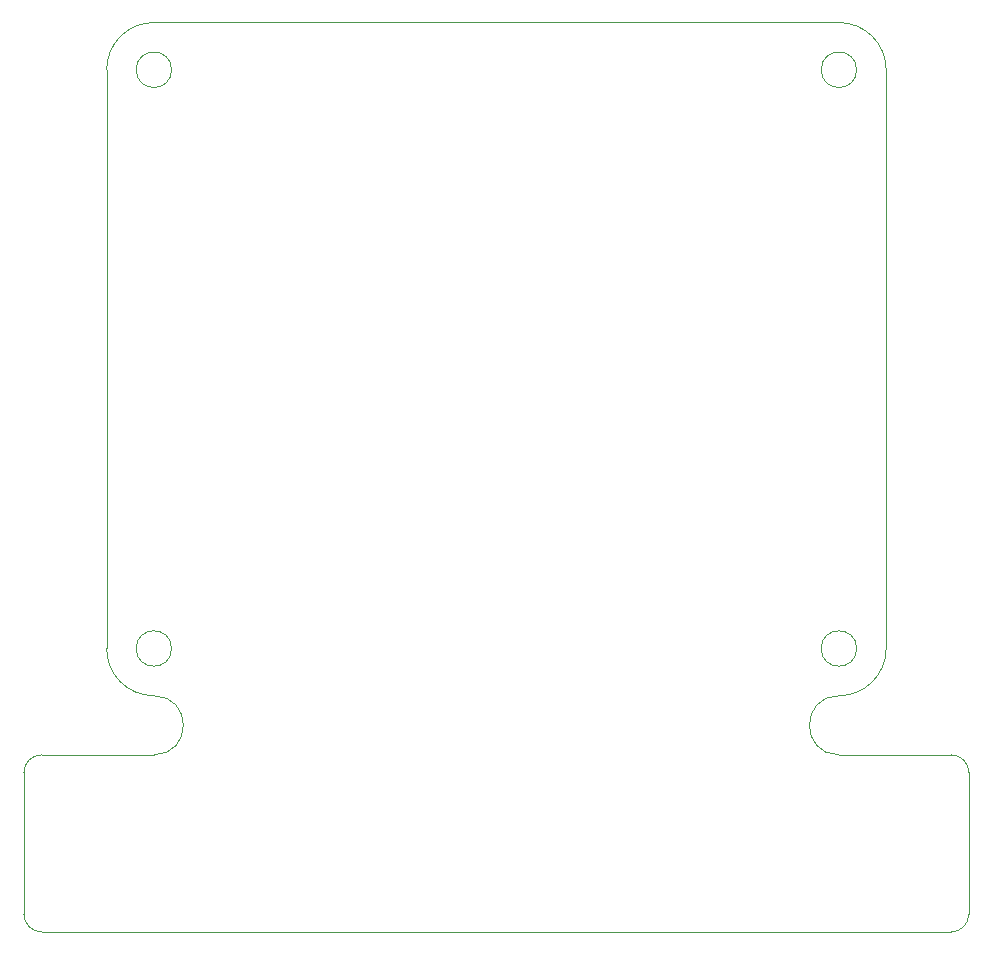
<source format=gbr>
%TF.GenerationSoftware,KiCad,Pcbnew,(5.1.2-1)-1*%
%TF.CreationDate,2019-08-17T10:29:18+10:00*%
%TF.ProjectId,GreengrassEntryHardware,47726565-6e67-4726-9173-73456e747279,v1.0*%
%TF.SameCoordinates,Original*%
%TF.FileFunction,Profile,NP*%
%FSLAX46Y46*%
G04 Gerber Fmt 4.6, Leading zero omitted, Abs format (unit mm)*
G04 Created by KiCad (PCBNEW (5.1.2-1)-1) date 2019-08-17 10:29:18*
%MOMM*%
%LPD*%
G04 APERTURE LIST*
%ADD10C,0.050000*%
G04 APERTURE END LIST*
D10*
X109800000Y-131600000D02*
X186800000Y-131600000D01*
X108300000Y-118100000D02*
X108300000Y-130100000D01*
X109800000Y-116600000D02*
X119300000Y-116600000D01*
X109800000Y-131600000D02*
G75*
G02X108300000Y-130100000I0J1500000D01*
G01*
X108300000Y-118100000D02*
G75*
G02X109800000Y-116600000I1500000J0D01*
G01*
X188300000Y-118100000D02*
X188300000Y-130100000D01*
X177300000Y-116600000D02*
X186800000Y-116600000D01*
X186800000Y-116600000D02*
G75*
G02X188300000Y-118100000I0J-1500000D01*
G01*
X188300000Y-130100000D02*
G75*
G02X186800000Y-131600000I-1500000J0D01*
G01*
X177300000Y-116600000D02*
G75*
G02X177300000Y-111600000I0J2500000D01*
G01*
X119300000Y-111600000D02*
G75*
G02X119300000Y-116600000I0J-2500000D01*
G01*
X119300000Y-54600000D02*
X177300000Y-54600000D01*
X115300000Y-107600000D02*
X115300000Y-58600000D01*
X181300000Y-58600000D02*
X181300000Y-107600000D01*
X119300000Y-111600000D02*
G75*
G02X115300000Y-107600000I0J4000000D01*
G01*
X181300000Y-107600000D02*
G75*
G02X177300000Y-111600000I-4000000J0D01*
G01*
X177300000Y-54600000D02*
G75*
G02X181300000Y-58600000I0J-4000000D01*
G01*
X115300000Y-58600000D02*
G75*
G02X119300000Y-54600000I4000000J0D01*
G01*
X120800000Y-107600000D02*
G75*
G03X120800000Y-107600000I-1500000J0D01*
G01*
X178800000Y-107600000D02*
G75*
G03X178800000Y-107600000I-1500000J0D01*
G01*
X178800000Y-58600000D02*
G75*
G03X178800000Y-58600000I-1500000J0D01*
G01*
X120800000Y-58600000D02*
G75*
G03X120800000Y-58600000I-1500000J0D01*
G01*
M02*

</source>
